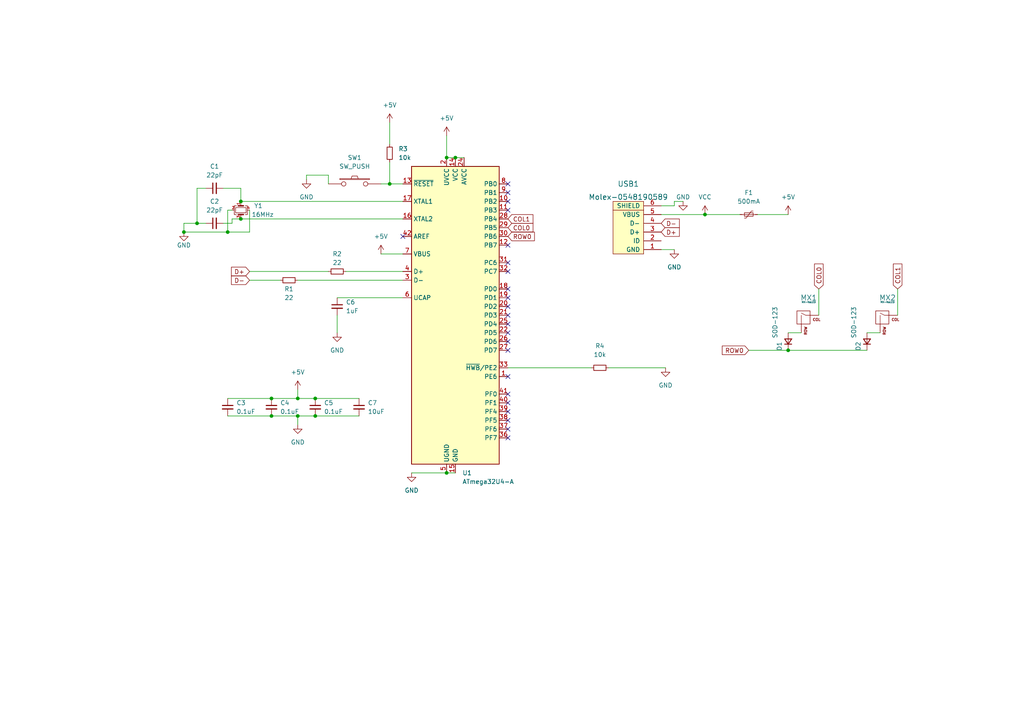
<source format=kicad_sch>
(kicad_sch (version 20211123) (generator eeschema)
  (paper "A4")
  (lib_symbols
    (symbol "Device:C_Small" (pin_numbers hide) (pin_names (offset 0.254) hide)
      (property "Reference" "C" (at 0.254 1.778 0))
      (property "Value" "C_Small" (at 0.254 -2.032 0))
      (symbol "C_Small_0_1"
        (polyline (pts (xy -1.524 -0.508) (xy 1.524 -0.508)) (stroke (width 0.3302)))
        (polyline (pts (xy -1.524 0.508) (xy 1.524 0.508)) (stroke (width 0.3048)))
      )
      (symbol "C_Small_1_1"
        (pin passive line (at 0 2.54 270) (length 2.032) (name "~") (number "1"))
        (pin passive line (at 0 -2.54 90) (length 2.032) (name "~") (number "2"))
      )
    )
    (symbol "Device:Crystal_GND24_Small" (pin_names (offset 1.016) hide)
      (property "Reference" "Y" (at 1.27 4.445 0))
      (property "Value" "Crystal_GND24_Small" (at 1.27 2.54 0))
      (symbol "Crystal_GND24_Small_0_1"
        (rectangle (start -0.762 -1.524) (end 0.762 1.524))
        (polyline (pts (xy -1.27 -0.762) (xy -1.27 0.762)) (stroke (width 0.381)))
        (polyline (pts (xy 1.27 -0.762) (xy 1.27 0.762)) (stroke (width 0.381)))
        (polyline (pts (xy -1.27 -1.27) (xy -1.27 -1.905) (xy 1.27 -1.905) (xy 1.27 -1.27)))
        (polyline (pts (xy -1.27 1.27) (xy -1.27 1.905) (xy 1.27 1.905) (xy 1.27 1.27)))
      )
      (symbol "Crystal_GND24_Small_1_1"
        (pin passive line (at -2.54 0 0) (length 1.27) (name "1") (number "1"))
        (pin passive line (at 0 -2.54 90) (length 0.635) (name "2") (number "2"))
        (pin passive line (at 2.54 0 180) (length 1.27) (name "3") (number "3"))
        (pin passive line (at 0 2.54 270) (length 0.635) (name "4") (number "4"))
      )
    )
    (symbol "Device:D_Small" (pin_numbers hide) (pin_names (offset 0.254) hide)
      (property "Reference" "D" (at -1.27 2.032 0))
      (property "Value" "D_Small" (at -3.81 -2.032 0))
      (symbol "D_Small_0_1"
        (polyline (pts (xy -0.762 -1.016) (xy -0.762 1.016)) (stroke (width 0.254)))
        (polyline (pts (xy -0.762 0) (xy 0.762 0)))
        (polyline (pts (xy 0.762 -1.016) (xy -0.762 0) (xy 0.762 1.016) (xy 0.762 -1.016)) (stroke (width 0.254)))
      )
      (symbol "D_Small_1_1"
        (pin passive line (at -2.54 0 0) (length 1.778) (name "K") (number "1"))
        (pin passive line (at 2.54 0 180) (length 1.778) (name "A") (number "2"))
      )
    )
    (symbol "Device:Polyfuse_Small" (pin_numbers hide) (pin_names (offset 0))
      (property "Reference" "F" (at -1.905 0 90))
      (property "Value" "Polyfuse_Small" (at 1.905 0 90))
      (symbol "Polyfuse_Small_0_1"
        (rectangle (start -0.508 1.27) (end 0.508 -1.27))
        (polyline (pts (xy 0 2.54) (xy 0 -2.54)))
        (polyline (pts (xy -1.016 1.27) (xy -1.016 0.762) (xy 1.016 -0.762) (xy 1.016 -1.27)))
      )
      (symbol "Polyfuse_Small_1_1"
        (pin passive line (at 0 2.54 270) (length 0.635) (name "~") (number "1"))
        (pin passive line (at 0 -2.54 90) (length 0.635) (name "~") (number "2"))
      )
    )
    (symbol "Device:R_Small" (pin_numbers hide) (pin_names (offset 0.254) hide)
      (property "Reference" "R" (at 0.762 0.508 0))
      (property "Value" "R_Small" (at 0.762 -1.016 0))
      (symbol "R_Small_0_1"
        (rectangle (start -0.762 1.778) (end 0.762 -1.778) (stroke (width 0.2032)))
      )
      (symbol "R_Small_1_1"
        (pin passive line (at 0 2.54 270) (length 0.762) (name "~") (number "1"))
        (pin passive line (at 0 -2.54 90) (length 0.762) (name "~") (number "2"))
      )
    )
    (symbol "MCU_Microchip_ATmega:ATmega32U4-A"
      (property "Reference" "U" (at -12.7 44.45 0))
      (property "Value" "ATmega32U4-A" (at 2.54 -44.45 0))
      (symbol "ATmega32U4-A_0_1"
        (rectangle (start -12.7 -43.18) (end 12.7 43.18) (stroke (width 0.254)) (fill (type background)))
      )
      (symbol "ATmega32U4-A_1_1"
        (pin bidirectional line (at 15.24 -17.78 180) (length 2.54) (name "PE6") (number "1"))
        (pin bidirectional line (at 15.24 33.02 180) (length 2.54) (name "PB2") (number "10"))
        (pin bidirectional line (at 15.24 30.48 180) (length 2.54) (name "PB3") (number "11"))
        (pin bidirectional line (at 15.24 20.32 180) (length 2.54) (name "PB7") (number "12"))
        (pin input line (at -15.24 38.1 0) (length 2.54) (name "~{RESET}") (number "13"))
        (pin power_in line (at 0 45.72 270) (length 2.54) (name "VCC") (number "14"))
        (pin power_in line (at 0 -45.72 90) (length 2.54) (name "GND") (number "15"))
        (pin output line (at -15.24 27.94 0) (length 2.54) (name "XTAL2") (number "16"))
        (pin input line (at -15.24 33.02 0) (length 2.54) (name "XTAL1") (number "17"))
        (pin bidirectional line (at 15.24 7.62 180) (length 2.54) (name "PD0") (number "18"))
        (pin bidirectional line (at 15.24 5.08 180) (length 2.54) (name "PD1") (number "19"))
        (pin power_in line (at -2.54 45.72 270) (length 2.54) (name "UVCC") (number "2"))
        (pin bidirectional line (at 15.24 2.54 180) (length 2.54) (name "PD2") (number "20"))
        (pin bidirectional line (at 15.24 0 180) (length 2.54) (name "PD3") (number "21"))
        (pin bidirectional line (at 15.24 -5.08 180) (length 2.54) (name "PD5") (number "22"))
        (pin passive line (at 0 -45.72 90) (length 2.54) hide (name "GND") (number "23"))
        (pin power_in line (at 2.54 45.72 270) (length 2.54) (name "AVCC") (number "24"))
        (pin bidirectional line (at 15.24 -2.54 180) (length 2.54) (name "PD4") (number "25"))
        (pin bidirectional line (at 15.24 -7.62 180) (length 2.54) (name "PD6") (number "26"))
        (pin bidirectional line (at 15.24 -10.16 180) (length 2.54) (name "PD7") (number "27"))
        (pin bidirectional line (at 15.24 27.94 180) (length 2.54) (name "PB4") (number "28"))
        (pin bidirectional line (at 15.24 25.4 180) (length 2.54) (name "PB5") (number "29"))
        (pin bidirectional line (at -15.24 10.16 0) (length 2.54) (name "D-") (number "3"))
        (pin bidirectional line (at 15.24 22.86 180) (length 2.54) (name "PB6") (number "30"))
        (pin bidirectional line (at 15.24 15.24 180) (length 2.54) (name "PC6") (number "31"))
        (pin bidirectional line (at 15.24 12.7 180) (length 2.54) (name "PC7") (number "32"))
        (pin bidirectional line (at 15.24 -15.24 180) (length 2.54) (name "~{HWB}/PE2") (number "33"))
        (pin passive line (at 0 45.72 270) (length 2.54) hide (name "VCC") (number "34"))
        (pin passive line (at 0 -45.72 90) (length 2.54) hide (name "GND") (number "35"))
        (pin bidirectional line (at 15.24 -35.56 180) (length 2.54) (name "PF7") (number "36"))
        (pin bidirectional line (at 15.24 -33.02 180) (length 2.54) (name "PF6") (number "37"))
        (pin bidirectional line (at 15.24 -30.48 180) (length 2.54) (name "PF5") (number "38"))
        (pin bidirectional line (at 15.24 -27.94 180) (length 2.54) (name "PF4") (number "39"))
        (pin bidirectional line (at -15.24 12.7 0) (length 2.54) (name "D+") (number "4"))
        (pin bidirectional line (at 15.24 -25.4 180) (length 2.54) (name "PF1") (number "40"))
        (pin bidirectional line (at 15.24 -22.86 180) (length 2.54) (name "PF0") (number "41"))
        (pin passive line (at -15.24 22.86 0) (length 2.54) (name "AREF") (number "42"))
        (pin passive line (at 0 -45.72 90) (length 2.54) hide (name "GND") (number "43"))
        (pin passive line (at 2.54 45.72 270) (length 2.54) hide (name "AVCC") (number "44"))
        (pin passive line (at -2.54 -45.72 90) (length 2.54) (name "UGND") (number "5"))
        (pin passive line (at -15.24 5.08 0) (length 2.54) (name "UCAP") (number "6"))
        (pin input line (at -15.24 17.78 0) (length 2.54) (name "VBUS") (number "7"))
        (pin bidirectional line (at 15.24 38.1 180) (length 2.54) (name "PB0") (number "8"))
        (pin bidirectional line (at 15.24 35.56 180) (length 2.54) (name "PB1") (number "9"))
      )
    )
    (symbol "MX_Alps_Hybrid:MX-NoLED" (pin_names (offset 1.016))
      (property "Reference" "MX" (at -0.635 3.81 0))
      (property "Value" "MX-NoLED" (at -0.635 1.27 0))
      (symbol "MX-NoLED_0_0"
        (rectangle (start -2.54 2.54) (end 1.27 -1.27))
        (polyline (pts (xy -1.27 -1.27) (xy -1.27 1.27)) (stroke (width 0.127)))
        (polyline (pts (xy 1.27 1.27) (xy 0 1.27) (xy -1.27 1.905)) (stroke (width 0.127)))
        (text "COL" (at 3.175 0 0) (effects (font (size 0.762 0.762))))
        (text "ROW" (at 0 -1.905 900) (effects (font (size 0.762 0.762)) (justify right)))
      )
      (symbol "MX-NoLED_1_1"
        (pin passive line (at 3.81 1.27 180) (length 2.54) (name "COL") (number "1"))
        (pin passive line (at -1.27 -3.81 90) (length 2.54) (name "ROW") (number "2"))
      )
    )
    (symbol "keyboard_parts:SW_PUSH" (pin_numbers hide) (pin_names (offset 1.016) hide)
      (property "Reference" "SW" (at 3.81 2.794 0))
      (property "Value" "SW_PUSH" (at 0 -2.032 0))
      (symbol "SW_PUSH_0_1"
        (rectangle (start -4.318 1.27) (end 4.318 1.524))
        (polyline (pts (xy -1.016 1.524) (xy -0.762 2.286) (xy 0.762 2.286) (xy 1.016 1.524)))
        (pin passive inverted (at -7.62 0 0) (length 5.08) (name "1") (number "1"))
        (pin passive inverted (at 7.62 0 180) (length 5.08) (name "2") (number "2"))
      )
    )
    (symbol "power:+5V" (power) (pin_names (offset 0))
      (property "Value" "+5V" (at 0 3.556 0))
      (symbol "+5V_0_1"
        (polyline (pts (xy -0.762 1.27) (xy 0 2.54)))
        (polyline (pts (xy 0 0) (xy 0 2.54)))
        (polyline (pts (xy 0 2.54) (xy 0.762 1.27)))
      )
      (symbol "+5V_1_1"
        (pin power_in line (at 0 0 90) (length 0) hide (name "+5V") (number "1"))
      )
    )
    (symbol "power:GND" (power) (pin_names (offset 0))
      (property "Value" "GND" (at 0 -3.81 0))
      (symbol "GND_0_1"
        (polyline (pts (xy 0 0) (xy 0 -1.27) (xy 1.27 -1.27) (xy 0 -2.54) (xy -1.27 -1.27) (xy 0 -1.27)))
      )
      (symbol "GND_1_1"
        (pin power_in line (at 0 0 270) (length 0) hide (name "GND") (number "1"))
      )
    )
    (symbol "power:VCC" (power) (pin_names (offset 0))
      (property "Value" "VCC" (at 0 3.81 0))
      (symbol "VCC_0_1"
        (polyline (pts (xy -0.762 1.27) (xy 0 2.54)))
        (polyline (pts (xy 0 0) (xy 0 2.54)))
        (polyline (pts (xy 0 2.54) (xy 0.762 1.27)))
      )
      (symbol "VCC_1_1"
        (pin power_in line (at 0 0 90) (length 0) hide (name "VCC") (number "1"))
      )
    )
    (symbol "random-keyboard-parts:Molex-0548190589" (pin_names (offset 1.016))
      (property "Reference" "USB" (at 0 7.62 0))
      (property "Value" "Molex-0548190589" (at 0 10.16 0))
      (symbol "Molex-0548190589_0_0"
        (polyline (pts (xy 6.35 -2.54) (xy 6.35 6.35)))
        (rectangle (start 8.89 -2.54) (end -6.35 6.35) (fill (type background)))
      )
      (symbol "Molex-0548190589_1_1"
        (pin input line (at -5.08 -7.62 90) (length 5.08) (name "GND") (number "1"))
        (pin input line (at -2.54 -7.62 90) (length 5.08) (name "ID") (number "2"))
        (pin input line (at 0 -7.62 90) (length 5.08) (name "D+") (number "3"))
        (pin input line (at 2.54 -7.62 90) (length 5.08) (name "D-") (number "4"))
        (pin input line (at 5.08 -7.62 90) (length 5.08) (name "VBUS") (number "5"))
        (pin input line (at 7.62 -7.62 90) (length 5.08) (name "SHIELD") (number "6"))
      )
    )
  )
  (junction (at 91.44 115.57))
  (junction (at 86.36 115.57))
  (junction (at 228.6 101.6))
  (junction (at 69.85 58.42))
  (junction (at 204.47 62.23))
  (junction (at 129.54 45.72))
  (junction (at 53.34 67.31))
  (junction (at 129.54 137.16))
  (junction (at 57.15 64.77))
  (junction (at 78.74 115.57))
  (junction (at 78.74 120.65))
  (junction (at 86.36 120.65))
  (junction (at 66.04 67.31))
  (junction (at 113.03 53.34))
  (junction (at 132.08 45.72))
  (junction (at 69.85 63.5))
  (junction (at 91.44 120.65))
  (no_connect (at 147.32 78.74))
  (no_connect (at 147.32 109.22))
  (no_connect (at 147.32 86.36))
  (no_connect (at 147.32 53.34))
  (no_connect (at 147.32 124.46))
  (no_connect (at 147.32 127))
  (no_connect (at 147.32 76.2))
  (no_connect (at 147.32 55.88))
  (no_connect (at 147.32 99.06))
  (no_connect (at 147.32 60.96))
  (no_connect (at 116.84 68.58))
  (no_connect (at 147.32 58.42))
  (no_connect (at 147.32 96.52))
  (no_connect (at 147.32 101.6))
  (no_connect (at 147.32 91.44))
  (no_connect (at 147.32 83.82))
  (no_connect (at 147.32 88.9))
  (no_connect (at 147.32 93.98))
  (no_connect (at 147.32 114.3))
  (no_connect (at 147.32 71.12))
  (no_connect (at 147.32 121.92))
  (no_connect (at 147.32 116.84))
  (no_connect (at 147.32 119.38))
  (wire (pts (xy 67.31 64.77) (xy 64.77 64.77)))
  (wire (pts (xy 195.58 59.69) (xy 195.58 58.42)))
  (wire (pts (xy 113.03 53.34) (xy 116.84 53.34)))
  (wire (pts (xy 191.77 59.69) (xy 195.58 59.69)))
  (wire (pts (xy 69.85 63.5) (xy 116.84 63.5)))
  (wire (pts (xy 67.31 60.96) (xy 66.04 60.96)))
  (wire (pts (xy 66.04 67.31) (xy 72.39 67.31)))
  (wire (pts (xy 228.6 101.6) (xy 251.46 101.6)))
  (wire (pts (xy 260.35 83.82) (xy 260.35 91.44)))
  (wire (pts (xy 86.36 81.28) (xy 116.84 81.28)))
  (wire (pts (xy 97.79 91.44) (xy 97.79 96.52)))
  (wire (pts (xy 53.34 67.31) (xy 66.04 67.31)))
  (wire (pts (xy 129.54 39.37) (xy 129.54 45.72)))
  (wire (pts (xy 204.47 62.23) (xy 214.63 62.23)))
  (wire (pts (xy 132.08 45.72) (xy 134.62 45.72)))
  (wire (pts (xy 88.9 50.8) (xy 88.9 52.07)))
  (wire (pts (xy 59.69 54.61) (xy 57.15 54.61)))
  (wire (pts (xy 66.04 60.96) (xy 66.04 67.31)))
  (wire (pts (xy 86.36 115.57) (xy 91.44 115.57)))
  (wire (pts (xy 195.58 58.42) (xy 198.12 58.42)))
  (wire (pts (xy 69.85 58.42) (xy 116.84 58.42)))
  (wire (pts (xy 72.39 60.96) (xy 72.39 67.31)))
  (wire (pts (xy 228.6 96.52) (xy 232.41 96.52)))
  (wire (pts (xy 53.34 64.77) (xy 53.34 67.31)))
  (wire (pts (xy 78.74 115.57) (xy 86.36 115.57)))
  (wire (pts (xy 78.74 120.65) (xy 86.36 120.65)))
  (wire (pts (xy 91.44 115.57) (xy 104.14 115.57)))
  (wire (pts (xy 72.39 81.28) (xy 81.28 81.28)))
  (wire (pts (xy 176.53 106.68) (xy 193.04 106.68)))
  (wire (pts (xy 119.38 137.16) (xy 129.54 137.16)))
  (wire (pts (xy 191.77 62.23) (xy 204.47 62.23)))
  (wire (pts (xy 113.03 35.56) (xy 113.03 41.91)))
  (wire (pts (xy 95.25 53.34) (xy 95.25 50.8)))
  (wire (pts (xy 66.04 120.65) (xy 78.74 120.65)))
  (wire (pts (xy 219.71 62.23) (xy 228.6 62.23)))
  (wire (pts (xy 251.46 96.52) (xy 255.27 96.52)))
  (wire (pts (xy 95.25 50.8) (xy 88.9 50.8)))
  (wire (pts (xy 110.49 73.66) (xy 116.84 73.66)))
  (wire (pts (xy 86.36 120.65) (xy 86.36 123.19)))
  (wire (pts (xy 67.31 63.5) (xy 67.31 64.77)))
  (wire (pts (xy 91.44 120.65) (xy 104.14 120.65)))
  (wire (pts (xy 97.79 86.36) (xy 116.84 86.36)))
  (wire (pts (xy 129.54 45.72) (xy 132.08 45.72)))
  (wire (pts (xy 147.32 106.68) (xy 171.45 106.68)))
  (wire (pts (xy 69.85 63.5) (xy 67.31 63.5)))
  (wire (pts (xy 110.49 53.34) (xy 113.03 53.34)))
  (wire (pts (xy 69.85 58.42) (xy 69.85 54.61)))
  (wire (pts (xy 237.49 83.82) (xy 237.49 91.44)))
  (wire (pts (xy 217.17 101.6) (xy 228.6 101.6)))
  (wire (pts (xy 59.69 64.77) (xy 57.15 64.77)))
  (wire (pts (xy 86.36 113.03) (xy 86.36 115.57)))
  (wire (pts (xy 64.77 54.61) (xy 69.85 54.61)))
  (wire (pts (xy 113.03 46.99) (xy 113.03 53.34)))
  (wire (pts (xy 86.36 120.65) (xy 91.44 120.65)))
  (wire (pts (xy 100.33 78.74) (xy 116.84 78.74)))
  (wire (pts (xy 191.77 72.39) (xy 195.58 72.39)))
  (wire (pts (xy 129.54 137.16) (xy 132.08 137.16)))
  (wire (pts (xy 57.15 54.61) (xy 57.15 64.77)))
  (wire (pts (xy 72.39 78.74) (xy 95.25 78.74)))
  (wire (pts (xy 66.04 115.57) (xy 78.74 115.57)))
  (wire (pts (xy 53.34 64.77) (xy 57.15 64.77)))
  (global_label "D-" (shape input) (at 191.77 64.77 0) (property "Intersheet References" "${INTERSHEET_REFS}" (effects hide)))
  (global_label "D+" (shape input) (at 191.77 67.31 0) (property "Intersheet References" "${INTERSHEET_REFS}" (effects hide)))
  (global_label "COL1" (shape input) (at 147.32 63.5 0) (property "Intersheet References" "${INTERSHEET_REFS}" (effects hide)))
  (global_label "ROW0" (shape input) (at 217.17 101.6 180) (property "Intersheet References" "${INTERSHEET_REFS}" (effects hide)))
  (global_label "ROW0" (shape input) (at 147.32 68.58 0) (property "Intersheet References" "${INTERSHEET_REFS}" (effects hide)))
  (global_label "D+" (shape input) (at 72.39 78.74 180) (property "Intersheet References" "${INTERSHEET_REFS}" (effects hide)))
  (global_label "D-" (shape input) (at 72.39 81.28 180) (property "Intersheet References" "${INTERSHEET_REFS}" (effects hide)))
  (global_label "COL1" (shape input) (at 260.35 83.82 90) (property "Intersheet References" "${INTERSHEET_REFS}" (effects hide)))
  (global_label "COL0" (shape input) (at 147.32 66.04 0) (property "Intersheet References" "${INTERSHEET_REFS}" (effects hide)))
  (global_label "COL0" (shape input) (at 237.49 83.82 90) (property "Intersheet References" "${INTERSHEET_REFS}" (effects hide)))
  (symbol (lib_id "power:+5V") (at 228.6 62.23 0) (unit 1)
    (property "Reference" "#PWR0104" (effects hide))
    (property "Value" "+5V" (at 228.6 57.15 0))
  )
  (symbol (lib_id "power:GND") (at 53.34 67.31 0) (unit 1)
    (property "Reference" "#PWR0101" (effects hide))
    (property "Value" "GND" (at 53.34 71.12 0))
  )
  (symbol (lib_id "Device:C_Small") (at 62.23 54.61 90) (unit 1)
    (property "Reference" "C1" (at 62.2363 48.26 90))
    (property "Value" "22pF" (at 62.2363 50.8 90))
    (property "Footprint" "Capacitor_SMD:C_0805_2012Metric" (effects hide))
  )
  (symbol (lib_id "MX_Alps_Hybrid:MX-NoLED") (at 233.68 92.71 0) (unit 1)
    (property "Reference" "MX1" (at 234.5656 86.36 0) (effects (font (size 1.524 1.524))))
    (property "Value" "MX-NoLED" (at 234.5656 87.63 0) (effects (font (size 0.508 0.508))))
    (property "Footprint" "MX_Alps_Hybrid:MX-1U-NoLED" (effects hide))
  )
  (symbol (lib_id "Device:Crystal_GND24_Small") (at 69.85 60.96 270) (unit 1)
    (property "Reference" "Y1" (at 74.93 59.69 90))
    (property "Value" "16MHz" (at 76.2 62.23 90))
    (property "Footprint" "Crystal:Crystal_SMD_3225-4Pin_3.2x2.5mm" (effects hide))
  )
  (symbol (lib_id "Device:R_Small") (at 113.03 44.45 0) (unit 1)
    (property "Reference" "R3" (at 115.57 43.1799 0) (effects (justify left)))
    (property "Value" "10k" (at 115.57 45.7199 0) (effects (justify left)))
    (property "Footprint" "Resistor_SMD:R_0805_2012Metric" (effects hide))
  )
  (symbol (lib_id "power:GND") (at 97.79 96.52 0) (unit 1)
    (property "Reference" "#PWR0108" (effects hide))
    (property "Value" "GND" (at 97.79 101.6 0))
  )
  (symbol (lib_id "power:GND") (at 193.04 106.68 0) (unit 1)
    (property "Reference" "#PWR0105" (effects hide))
    (property "Value" "GND" (at 193.04 111.76 0))
  )
  (symbol (lib_id "MCU_Microchip_ATmega:ATmega32U4-A") (at 132.08 91.44 0) (unit 1)
    (property "Reference" "U1" (at 134.0994 137.16 0) (effects (justify left)))
    (property "Value" "ATmega32U4-A" (at 134.0994 139.7 0) (effects (justify left)))
    (property "Footprint" "Package_QFP:TQFP-44_10x10mm_P0.8mm" (effects hide))
    (property "Datasheet" "http://ww1.microchip.com/downloads/en/DeviceDoc/Atmel-7766-8-bit-AVR-ATmega16U4-32U4_Datasheet.pdf" (effects hide))
  )
  (symbol (lib_id "power:+5V") (at 110.49 73.66 0) (unit 1)
    (property "Reference" "#PWR0112" (effects hide))
    (property "Value" "+5V" (at 110.49 68.58 0))
  )
  (symbol (lib_id "Device:C_Small") (at 78.74 118.11 0) (unit 1)
    (property "Reference" "C4" (at 81.28 116.8462 0) (effects (justify left)))
    (property "Value" "0.1uF" (at 81.28 119.3862 0) (effects (justify left)))
    (property "Footprint" "Capacitor_SMD:C_0805_2012Metric" (effects hide))
  )
  (symbol (lib_id "Device:C_Small") (at 66.04 118.11 0) (unit 1)
    (property "Reference" "C3" (at 68.58 116.8462 0) (effects (justify left)))
    (property "Value" "0.1uF" (at 68.58 119.3862 0) (effects (justify left)))
    (property "Footprint" "Capacitor_SMD:C_0805_2012Metric" (effects hide))
  )
  (symbol (lib_id "power:+5V") (at 113.03 35.56 0) (unit 1)
    (property "Reference" "#PWR0113" (effects hide))
    (property "Value" "+5V" (at 113.03 30.48 0))
  )
  (symbol (lib_id "power:GND") (at 195.58 72.39 0) (unit 1)
    (property "Reference" "#PWR0106" (effects hide))
    (property "Value" "GND" (at 195.58 77.47 0))
  )
  (symbol (lib_id "Device:C_Small") (at 91.44 118.11 0) (unit 1)
    (property "Reference" "C5" (at 93.98 116.8462 0) (effects (justify left)))
    (property "Value" "0.1uF" (at 93.98 119.3862 0) (effects (justify left)))
    (property "Footprint" "Capacitor_SMD:C_0805_2012Metric" (effects hide))
  )
  (symbol (lib_id "Device:R_Small") (at 173.99 106.68 90) (unit 1)
    (property "Reference" "R4" (at 173.99 100.33 90))
    (property "Value" "10k" (at 173.99 102.87 90))
    (property "Footprint" "Resistor_SMD:R_0805_2012Metric" (effects hide))
  )
  (symbol (lib_id "Device:C_Small") (at 97.79 88.9 0) (unit 1)
    (property "Reference" "C6" (at 100.33 87.6362 0) (effects (justify left)))
    (property "Value" "1uF" (at 100.33 90.1762 0) (effects (justify left)))
    (property "Footprint" "Capacitor_SMD:C_0805_2012Metric" (effects hide))
  )
  (symbol (lib_id "power:GND") (at 198.12 58.42 0) (unit 1)
    (property "Reference" "#PWR0107" (effects hide))
    (property "Value" "GND" (at 198.12 57.15 0))
  )
  (symbol (lib_id "Device:Polyfuse_Small") (at 217.17 62.23 90) (unit 1)
    (property "Reference" "F1" (at 217.17 55.88 90))
    (property "Value" "500mA" (at 217.17 58.42 90))
    (property "Footprint" "Fuse:Fuse_1206_3216Metric" (effects hide))
  )
  (symbol (lib_id "power:+5V") (at 86.36 113.03 0) (unit 1)
    (property "Reference" "#PWR0110" (effects hide))
    (property "Value" "+5V" (at 86.36 107.95 0))
  )
  (symbol (lib_id "Device:D_Small") (at 228.6 99.06 90) (unit 1)
    (property "Reference" "D1" (at 226.06 99.06 0) (effects (justify right)))
    (property "Value" "SOD-123" (at 224.79 88.9 0) (effects (justify right)))
    (property "Footprint" "Diode_SMD:D_SOD-123" (effects hide))
  )
  (symbol (lib_id "Device:D_Small") (at 251.46 99.06 90) (unit 1)
    (property "Reference" "D2" (at 248.92 99.06 0) (effects (justify right)))
    (property "Value" "SOD-123" (at 247.65 88.9 0) (effects (justify right)))
    (property "Footprint" "Diode_SMD:D_SOD-123" (effects hide))
  )
  (symbol (lib_id "power:GND") (at 86.36 123.19 0) (unit 1)
    (property "Reference" "#PWR0109" (effects hide))
    (property "Value" "GND" (at 86.36 128.27 0))
  )
  (symbol (lib_id "Device:C_Small") (at 62.23 64.77 90) (unit 1)
    (property "Reference" "C2" (at 62.2363 58.42 90))
    (property "Value" "22pF" (at 62.2363 60.96 90))
    (property "Footprint" "Capacitor_SMD:C_0805_2012Metric" (effects hide))
  )
  (symbol (lib_id "power:GND") (at 119.38 137.16 0) (unit 1)
    (property "Reference" "#PWR0102" (effects hide))
    (property "Value" "GND" (at 119.38 142.24 0))
  )
  (symbol (lib_id "power:GND") (at 88.9 52.07 0) (unit 1)
    (property "Reference" "#PWR0111" (effects hide))
    (property "Value" "GND" (at 88.9 57.15 0))
  )
  (symbol (lib_id "MX_Alps_Hybrid:MX-NoLED") (at 256.54 92.71 0) (unit 1)
    (property "Reference" "MX2" (at 257.4256 86.36 0) (effects (font (size 1.524 1.524))))
    (property "Value" "MX-NoLED" (at 257.4256 87.63 0) (effects (font (size 0.508 0.508))))
    (property "Footprint" "MX_Alps_Hybrid:MX-1U-NoLED" (effects hide))
  )
  (symbol (lib_id "Device:R_Small") (at 97.79 78.74 90) (unit 1)
    (property "Reference" "R2" (at 97.79 73.66 90))
    (property "Value" "22" (at 97.79 76.2 90))
    (property "Footprint" "Resistor_SMD:R_0805_2012Metric" (effects hide))
  )
  (symbol (lib_id "power:+5V") (at 129.54 39.37 0) (unit 1)
    (property "Reference" "#PWR0114" (effects hide))
    (property "Value" "+5V" (at 129.54 34.29 0))
  )
  (symbol (lib_id "Device:C_Small") (at 104.14 118.11 0) (unit 1)
    (property "Reference" "C7" (at 106.68 116.8462 0) (effects (justify left)))
    (property "Value" "10uF" (at 106.68 119.3862 0) (effects (justify left)))
    (property "Footprint" "Capacitor_SMD:C_0805_2012Metric" (effects hide))
  )
  (symbol (lib_id "Device:R_Small") (at 83.82 81.28 90) (unit 1)
    (property "Reference" "R1" (at 83.82 83.82 90))
    (property "Value" "22" (at 83.82 86.36 90))
    (property "Footprint" "Resistor_SMD:R_0805_2012Metric" (effects hide))
  )
  (symbol (lib_id "random-keyboard-parts:Molex-0548190589") (at 184.15 67.31 90) (unit 1)
    (property "Reference" "USB1" (at 182.245 53.34 90) (effects (font (size 1.524 1.524))))
    (property "Value" "Molex-0548190589" (at 182.245 57.15 90) (effects (font (size 1.524 1.524))))
    (property "Footprint" "random-keyboard-parts:Molex-0548190589" (effects hide))
  )
  (symbol (lib_id "keyboard_parts:SW_PUSH") (at 102.87 53.34 0) (unit 1)
    (property "Reference" "SW1" (at 102.87 45.72 0))
    (property "Value" "SW_PUSH" (at 102.87 48.26 0))
    (property "Footprint" "random-keyboard-parts:SKQG-1155865" (effects hide))
  )
  (symbol (lib_id "power:VCC") (at 204.47 62.23 0) (unit 1)
    (property "Reference" "#PWR0103" (effects hide))
    (property "Value" "VCC" (at 204.47 57.15 0))
  )
)
</source>
